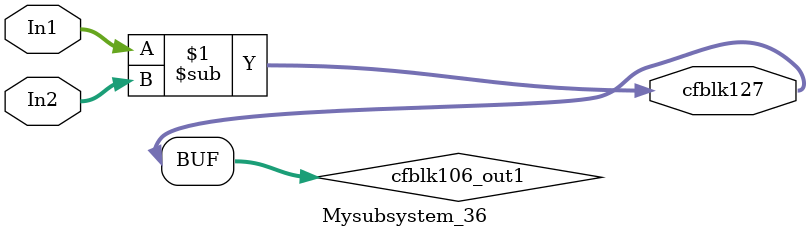
<source format=v>



`timescale 1 ns / 1 ns

module Mysubsystem_36
          (In1,
           In2,
           cfblk127);


  input   [7:0] In1;  // uint8
  input   [7:0] In2;  // uint8
  output  [7:0] cfblk127;  // uint8


  wire [7:0] cfblk106_out1;  // uint8


  assign cfblk106_out1 = In1 - In2;



  assign cfblk127 = cfblk106_out1;

endmodule  // Mysubsystem_36


</source>
